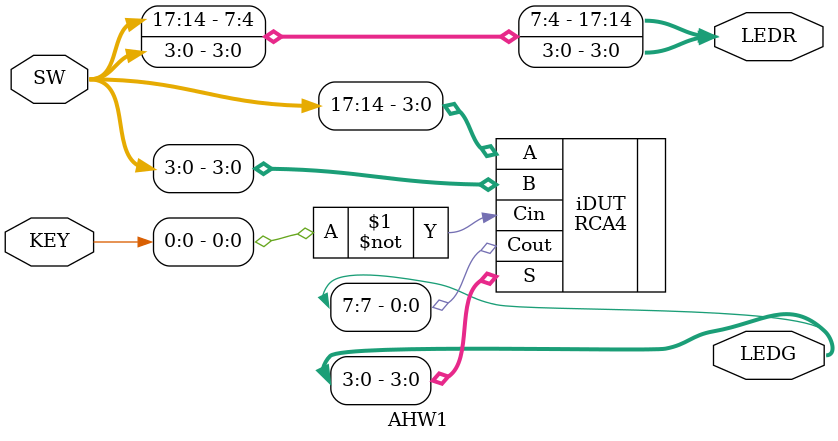
<source format=sv>
module AHW1(
  input		[17:0] SW,		// 18 slide switches on board
  input		[3:0] KEY,		// hooked to the 4 push buttons
  output 	[17:0] LEDR,	// 18 red LEDs
  output	[7:0] LEDG		// 8 green LEDs
);

  ///////////////////////////////////////////////////////////////////
  // Instantiate your RCA4 block and make appropriate connections //
  /////////////////////////////////////////////////////////////////
  RCA4 iDUT(.A(SW[17:14]), .B(SW[3:0]), .Cin(~KEY[0]), .S(LEDG[3:0]),
            .Cout(LEDG[7]));

  ////////////////////////////////////////////////////////////////////
  // Need a couple of assign statements below to have LEDR[17:14]  //
  // represent SW[17:14] and LEDR[3:0] represent SW[3:0].         //
  /////////////////////////////////////////////////////////////////
  assign LEDR[17:14] = SW[17:14];
  assign LEDR[3:0] = SW[3:0];  
				
  
endmodule

</source>
